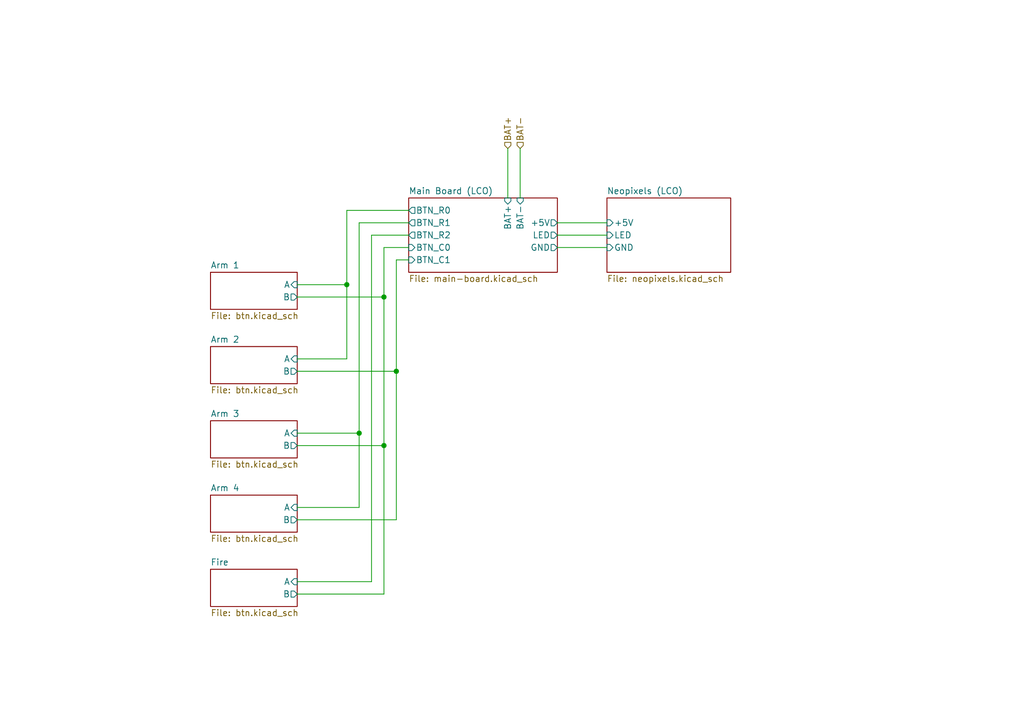
<source format=kicad_sch>
(kicad_sch (version 20230121) (generator eeschema)
  (paper "A5")
  (lib_symbols)
  (junction (at 81.28 76.2))
  (junction (at 73.66 88.9))
  (junction (at 78.74 60.96))
  (junction (at 78.74 91.44))
  (junction (at 71.12 58.42))
  (wire (pts (xy 60.96 104.14) (xy 73.66 104.14)))
  (wire (pts (xy 60.96 106.68) (xy 81.28 106.68)))
  (wire (pts (xy 78.74 60.96) (xy 60.96 60.96)))
  (wire (pts (xy 114.3 50.8) (xy 124.46 50.8)))
  (wire (pts (xy 114.3 48.26) (xy 124.46 48.26)))
  (wire (pts (xy 78.74 91.44) (xy 78.74 60.96)))
  (wire (pts (xy 60.96 58.42) (xy 71.12 58.42)))
  (wire (pts (xy 71.12 43.18) (xy 71.12 58.42)))
  (wire (pts (xy 83.82 53.34) (xy 81.28 53.34)))
  (wire (pts (xy 83.82 48.26) (xy 76.2 48.26)))
  (wire (pts (xy 71.12 73.66) (xy 60.96 73.66)))
  (wire (pts (xy 83.82 45.72) (xy 73.66 45.72)))
  (wire (pts (xy 78.74 121.92) (xy 78.74 91.44)))
  (wire (pts (xy 60.96 121.92) (xy 78.74 121.92)))
  (wire (pts (xy 104.14 30.48) (xy 104.14 40.64)))
  (wire (pts (xy 81.28 76.2) (xy 60.96 76.2)))
  (wire (pts (xy 83.82 50.8) (xy 78.74 50.8)))
  (wire (pts (xy 83.82 43.18) (xy 71.12 43.18)))
  (wire (pts (xy 71.12 58.42) (xy 71.12 73.66)))
  (wire (pts (xy 106.68 30.48) (xy 106.68 40.64)))
  (wire (pts (xy 73.66 45.72) (xy 73.66 88.9)))
  (wire (pts (xy 60.96 91.44) (xy 78.74 91.44)))
  (wire (pts (xy 78.74 50.8) (xy 78.74 60.96)))
  (wire (pts (xy 114.3 45.72) (xy 124.46 45.72)))
  (wire (pts (xy 81.28 53.34) (xy 81.28 76.2)))
  (wire (pts (xy 76.2 119.38) (xy 60.96 119.38)))
  (wire (pts (xy 73.66 88.9) (xy 60.96 88.9)))
  (wire (pts (xy 76.2 48.26) (xy 76.2 119.38)))
  (wire (pts (xy 81.28 106.68) (xy 81.28 76.2)))
  (wire (pts (xy 73.66 104.14) (xy 73.66 88.9)))
  (hierarchical_label "BAT+" (shape input) (at 104.14 30.48 90))
  (hierarchical_label "BAT-" (shape input) (at 106.68 30.48 90))
  (sheet (at 43.18 101.6) (size 17.78 7.62) (stroke (width 0.1524))
    (property "Sheetname" "Arm 4" (at 43.18 100.8884 0) (effects (justify left bottom)))
    (property "Sheetfile" "btn.kicad_sch" (at 43.18 109.8046 0) (effects (justify left top)))
    (pin "B" output (at 60.96 106.68 0))
    (pin "A" input (at 60.96 104.14 0))
  )
  (sheet (at 124.46 40.64) (size 25.4 15.24) (stroke (width 0.1524))
    (property "Sheetname" "Neopixels (LCO)" (at 124.46 39.9284 0) (effects (justify left bottom)))
    (property "Sheetfile" "neopixels.kicad_sch" (at 124.46 56.4646 0) (effects (justify left top)))
    (pin "LED" input (at 124.46 48.26 180))
    (pin "+5V" input (at 124.46 45.72 180))
    (pin "GND" input (at 124.46 50.8 180))
  )
  (sheet (at 83.82 40.64) (size 30.48 15.24) (stroke (width 0.1524))
    (property "Sheetname" "Main Board (LCO)" (at 83.82 39.9284 0) (effects (justify left bottom)))
    (property "Sheetfile" "main-board.kicad_sch" (at 83.82 56.4646 0) (effects (justify left top)))
    (pin "BTN_R1" output (at 83.82 45.72 180))
    (pin "BTN_R2" output (at 83.82 48.26 180))
    (pin "BTN_R0" output (at 83.82 43.18 180))
    (pin "BTN_C0" input (at 83.82 50.8 180))
    (pin "BTN_C1" input (at 83.82 53.34 180))
    (pin "BAT+" input (at 104.14 40.64 90))
    (pin "+5V" output (at 114.3 45.72 0))
    (pin "GND" output (at 114.3 50.8 0))
    (pin "LED" output (at 114.3 48.26 0))
    (pin "BAT-" input (at 106.68 40.64 90))
  )
  (sheet (at 43.18 71.12) (size 17.78 7.62) (stroke (width 0.1524))
    (property "Sheetname" "Arm 2" (at 43.18 70.4084 0) (effects (justify left bottom)))
    (property "Sheetfile" "btn.kicad_sch" (at 43.18 79.3246 0) (effects (justify left top)))
    (pin "B" output (at 60.96 76.2 0))
    (pin "A" input (at 60.96 73.66 0))
  )
  (sheet (at 43.18 116.84) (size 17.78 7.62) (stroke (width 0.1524))
    (property "Sheetname" "Fire" (at 43.18 116.1284 0) (effects (justify left bottom)))
    (property "Sheetfile" "btn.kicad_sch" (at 43.18 125.0446 0) (effects (justify left top)))
    (pin "B" output (at 60.96 121.92 0))
    (pin "A" input (at 60.96 119.38 0))
  )
  (sheet (at 43.18 86.36) (size 17.78 7.62) (stroke (width 0.1524))
    (property "Sheetname" "Arm 3" (at 43.18 85.6484 0) (effects (justify left bottom)))
    (property "Sheetfile" "btn.kicad_sch" (at 43.18 94.5646 0) (effects (justify left top)))
    (pin "B" output (at 60.96 91.44 0))
    (pin "A" input (at 60.96 88.9 0))
  )
  (sheet (at 43.18 55.88) (size 17.78 7.62) (stroke (width 0.1524))
    (property "Sheetname" "Arm 1" (at 43.18 55.1684 0) (effects (justify left bottom)))
    (property "Sheetfile" "btn.kicad_sch" (at 43.18 64.0846 0) (effects (justify left top)))
    (pin "B" output (at 60.96 60.96 0))
    (pin "A" input (at 60.96 58.42 0))
  )
)
</source>
